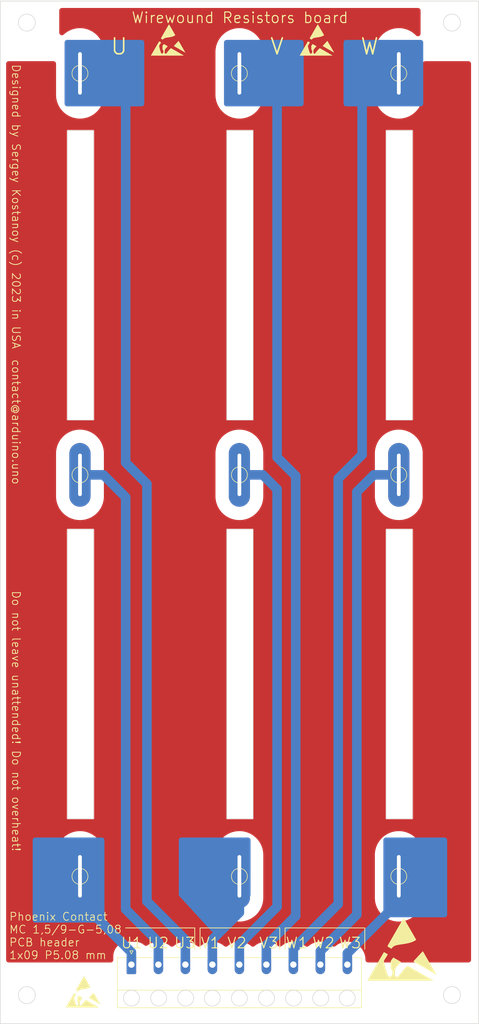
<source format=kicad_pcb>
(kicad_pcb (version 20221018) (generator pcbnew)
  (layers (0 "F.Cu" signal) (31 "B.Cu" signal) (34 "B.Paste" user) (35 "F.Paste" user) (36 "B.SilkS" user "B.Silkscreen") (37 "F.SilkS" user "F.Silkscreen") (38 "B.Mask" user) (39 "F.Mask" user) (44 "Edge.Cuts" user))
  (net 0 "")
  (net 1 "/U1")
  (net 2 "/U2")
  (net 3 "/U3")
  (net 4 "/V1")
  (net 5 "/V2")
  (net 6 "/V3")
  (net 7 "/W1")
  (net 8 "/W2")
  (net 9 "/W3")
  (footprint "TestPoint:TestPoint_Loop_D1.80mm_Drill1.0mm_Beaded" (layer "F.Cu") (at 90.4 116.8 90)
    (fp_text reference "TP5" hide)
    (fp_text value "TestPoint")
    (fp_circle (center 0 0) (end 1.5 0) (stroke (width 0.12)) (fill none) (layer "F.SilkS"))
    (pad "1" thru_hole oval locked (at 0 0 90) (size 12 4) (drill oval 8 0.7) (layers "*.Cu" "*.Mask") (net 5 "/V2"))
  )
  (footprint "Connector_Phoenix_MC_HighVoltage:PhoenixContact_MC_1,5_9-G-5.08_1x09_P5.08mm_Horizontal" (layer "F.Cu") (at 70.08 208.9)
    (fp_text reference "J1" hide)
    (fp_text value "Conn_01x09_Pin")
    (fp_line (start -2.65 -1.31) (end -2.65 8.11) (stroke (width 0.12)) (layer "F.SilkS"))
    (fp_line (start -2.65 -1.31) (end -1.05 -1.31) (stroke (width 0.12)) (layer "F.SilkS"))
    (fp_line (start -2.65 4.8) (end 43.29 4.8) (stroke (width 0.12)) (layer "F.SilkS"))
    (fp_line (start -2.65 8.11) (end 43.29 8.11) (stroke (width 0.12)) (layer "F.SilkS"))
    (fp_line (start -0.3 -2.6) (end 0.3 -2.6) (stroke (width 0.12)) (layer "F.SilkS"))
    (fp_line (start 0 -2) (end -0.3 -2.6) (stroke (width 0.12)) (layer "F.SilkS"))
    (fp_line (start 0.3 -2.6) (end 0 -2) (stroke (width 0.12)) (layer "F.SilkS"))
    (fp_line (start 1.05 -1.31) (end 4.03 -1.31) (stroke (width 0.12)) (layer "F.SilkS"))
    (fp_line (start 6.13 -1.31) (end 9.11 -1.31) (stroke (width 0.12)) (layer "F.SilkS"))
    (fp_line (start 11.21 -1.31) (end 14.19 -1.31) (stroke (width 0.12)) (layer "F.SilkS"))
    (fp_line (start 16.29 -1.31) (end 19.27 -1.31) (stroke (width 0.12)) (layer "F.SilkS"))
    (fp_line (start 21.37 -1.31) (end 24.35 -1.31) (stroke (width 0.12)) (layer "F.SilkS"))
    (fp_line (start 26.45 -1.31) (end 29.43 -1.31) (stroke (width 0.12)) (layer "F.SilkS"))
    (fp_line (start 31.53 -1.31) (end 34.51 -1.31) (stroke (width 0.12)) (layer "F.SilkS"))
    (fp_line (start 36.61 -1.31) (end 39.59 -1.31) (stroke (width 0.12)) (layer "F.SilkS"))
    (fp_line (start 43.29 -1.31) (end 41.69 -1.31) (stroke (width 0.12)) (layer "F.SilkS"))
    (fp_line (start 43.29 8.11) (end 43.29 -1.31) (stroke (width 0.12)) (layer "F.SilkS"))
    (pad "1" thru_hole roundrect locked (at 0 0) (size 1.8 3.6) (drill 1.2) (layers "*.Cu" "*.Mask") (roundrect_rratio 0.1388888889) (net 1 "/U1"))
    (pad "2" thru_hole oval locked (at 5.08 0) (size 1.8 3.6) (drill 1.2) (layers "*.Cu" "*.Mask") (net 2 "/U2"))
    (pad "3" thru_hole oval locked (at 10.16 0) (size 1.8 3.6) (drill 1.2) (layers "*.Cu" "*.Mask") (net 3 "/U3"))
    (pad "4" thru_hole oval locked (at 15.24 0) (size 1.8 3.6) (drill 1.2) (layers "*.Cu" "*.Mask") (net 4 "/V1"))
    (pad "5" thru_hole oval locked (at 20.32 0) (size 1.8 3.6) (drill 1.2) (layers "*.Cu" "*.Mask") (net 5 "/V2"))
    (pad "6" thru_hole oval locked (at 25.4 0) (size 1.8 3.6) (drill 1.2) (layers "*.Cu" "*.Mask") (net 6 "/V3"))
    (pad "7" thru_hole oval locked (at 30.48 0) (size 1.8 3.6) (drill 1.2) (layers "*.Cu" "*.Mask") (net 7 "/W1"))
    (pad "8" thru_hole oval locked (at 35.56 0) (size 1.8 3.6) (drill 1.2) (layers "*.Cu" "*.Mask") (net 8 "/W2"))
    (pad "9" thru_hole oval locked (at 40.64 0) (size 1.8 3.6) (drill 1.2) (layers "*.Cu" "*.Mask") (net 9 "/W3"))
  )
  (footprint "TestPoint:TestPoint_Loop_D1.80mm_Drill1.0mm_Beaded" (layer "F.Cu") (at 120.4 192.3 90)
    (fp_text reference "TP7" hide)
    (fp_text value "TestPoint")
    (fp_circle (center 0 0) (end 1.5 0) (stroke (width 0.12)) (fill none) (layer "F.SilkS"))
    (pad "1" thru_hole oval locked (at 0 0 90) (size 12 4) (drill oval 8 0.7) (layers "*.Cu" "*.Mask") (net 9 "/W3"))
  )
  (footprint "Symbol:ESD-Logo_6.6x6mm_SilkScreen" (layer "F.Cu") (at 61 214)
    (fp_text reference "REF**" hide)
    (fp_text value "ESD-Logo_6.6x6mm_SilkScreen" hide)
    (fp_poly (pts (xy 1.987528 0.234619) (xy 1.998908 0.253693) (xy 2.024488 0.297421) (xy 2.063002 0.363619) (xy 2.113186 0.450102) (xy 2.173775 0.554685) (xy 2.243503 0.675183) (xy 2.321107 0.809412) (xy 2.40532 0.955187) (xy 2.494879 1.110323) (xy 2.586998 1.27) (xy 2.681076 1.433117) (xy 2.771402 1.589709) (xy 2.856665 1.737506) (xy 2.935557 1.87424) (xy 3.006769 1.997642) (xy 3.068991 2.105444) (xy 3.120913 2.195377) (xy 3.161228 2.265173) (xy 3.188624 2.312564) (xy 3.201507 2.334786) (xy 3.222507 2.37233) (xy 3.233925 2.395831) (xy 3.234551 2.39992) (xy 3.220636 2.392242) (xy 3.181941 2.370203) (xy 3.120487 2.334971) (xy 3.038298 2.287711) (xy 2.937396 2.229589) (xy 2.819805 2.161771) (xy 2.687546 2.085424) (xy 2.542642 2.001714) (xy 2.387117 1.911806) (xy 2.222992 1.816867) (xy 2.160549 1.780732) (xy 1.993487 1.684083) (xy 1.834074 1.591938) (xy 1.684355 1.505475) (xy 1.546376 1.425871) (xy 1.422185 1.354305) (xy 1.313827 1.291955) (xy 1.223348 1.239998) (xy 1.152796 1.199613) (xy 1.104215 1.171978) (xy 1.079654 1.158272) (xy 1.077085 1.156974) (xy 1.084569 1.14522) (xy 1.110614 1.113795) (xy 1.152559 1.065594) (xy 1.207746 1.00351) (xy 1.273517 0.930439) (xy 1.347212 0.849276) (xy 1.426173 0.762916) (xy 1.50774 0.674253) (xy 1.589254 0.586182) (xy 1.668057 0.501599) (xy 1.74149 0.423397) (xy 1.806893 0.354472) (xy 1.861608 0.297719) (xy 1.902977 0.256032) (xy 1.917164 0.242363) (xy 1.96418 0.198201) (xy 1.987528 0.234619)) (stroke (width 0.01)) (fill solid) (layer "F.SilkS"))
    (fp_poly (pts (xy 0.164043 -2.914165) (xy 0.187065 -2.876755) (xy 0.222534 -2.817486) (xy 0.268996 -2.738882) (xy 0.324996 -2.643462) (xy 0.389081 -2.53375) (xy 0.459796 -2.412266) (xy 0.535687 -2.281532) (xy 0.615299 -2.14407) (xy 0.697178 -2.002402) (xy 0.77987 -1.859049) (xy 0.861921 -1.716533) (xy 0.941876 -1.577376) (xy 1.018281 -1.444099) (xy 1.089682 -1.319224) (xy 1.154624 -1.205273) (xy 1.211653 -1.104767) (xy 1.259315 -1.020228) (xy 1.296155 -0.954178) (xy 1.32072 -0.909138) (xy 1.331554 -0.88763) (xy 1.331951 -0.886286) (xy 1.318501 -0.868035) (xy 1.281114 -0.840118) (xy 1.224235 -0.805275) (xy 1.152312 -0.766246) (xy 1.077015 -0.729157) (xy 0.97456 -0.684183) (xy 0.866817 -0.643774) (xy 0.750073 -0.607031) (xy 0.620618 -0.573058) (xy 0.47474 -0.540956) (xy 0.308726 -0.509827) (xy 0.118866 -0.478773) (xy -0.077531 -0.449855) (xy -0.248166 -0.4242) (xy -0.391455 -0.398802) (xy -0.510992 -0.372398) (xy -0.61037 -0.343727) (xy -0.693182 -0.311527) (xy -0.763022 -0.274535) (xy -0.823482 -0.231488) (xy -0.878155 -0.181125) (xy -0.895786 -0.162417) (xy -0.934 -0.118861) (xy -0.962268 -0.083318) (xy -0.975382 -0.062417) (xy -0.975732 -0.060703) (xy -0.98032 -0.050194) (xy -0.996242 -0.050076) (xy -1.026734 -0.061746) (xy -1.075032 -0.086604) (xy -1.144373 -0.126048) (xy -1.192561 -0.154413) (xy -1.264417 -0.198753) (xy -1.320258 -0.236721) (xy -1.356333 -0.265584) (xy -1.368887 -0.282612) (xy -1.368879 -0.282736) (xy -1.361094 -0.298963) (xy -1.339108 -0.3396) (xy -1.304197 -0.402433) (xy -1.257637 -0.485248) (xy -1.200705 -0.585828) (xy -1.134677 -0.70196) (xy -1.060828 -0.831429) (xy -0.980436 -0.97202) (xy -0.894776 -1.121518) (xy -0.805124 -1.277708) (xy -0.712757 -1.438376) (xy -0.618951 -1.601307) (xy -0.524982 -1.764287) (xy -0.432126 -1.9251) (xy -0.34166 -2.081532) (xy -0.254859 -2.231367) (xy -0.173 -2.372392) (xy -0.097359 -2.502391) (xy -0.029213 -2.619151) (xy 0.030163 -2.720455) (xy 0.079493 -2.804089) (xy 0.1175 -2.867838) (xy 0.142907 -2.909489) (xy 0.15444 -2.926825) (xy 0.154923 -2.927195) (xy 0.164043 -2.914165)) (stroke (width 0.01)) (fill solid) (layer "F.SilkS"))
    (fp_poly (pts (xy -1.677906 0.291158) (xy -1.645381 0.303736) (xy -1.595807 0.328712) (xy -1.524626 0.367876) (xy -1.519084 0.370988) (xy -1.453526 0.408476) (xy -1.398202 0.441319) (xy -1.358545 0.466205) (xy -1.339988 0.47982) (xy -1.339469 0.480487) (xy -1.343952 0.49939) (xy -1.364514 0.541605) (xy -1.399817 0.604832) (xy -1.44852 0.686772) (xy -1.509282 0.785122) (xy -1.580764 0.897585) (xy -1.598555 0.925165) (xy -1.644907 1.001699) (xy -1.678658 1.067556) (xy -1.696847 1.116782) (xy -1.698714 1.126507) (xy -1.697885 1.169312) (xy -1.688606 1.237209) (xy -1.672032 1.325843) (xy -1.64932 1.430859) (xy -1.621627 1.547902) (xy -1.59011 1.672616) (xy -1.555925 1.800645) (xy -1.520229 1.927634) (xy -1.484179 2.049228) (xy -1.448932 2.161072) (xy -1.415644 2.25881) (xy -1.385472 2.338087) (xy -1.364439 2.385122) (xy -1.339663 2.435225) (xy -1.31627 2.483168) (xy -1.315003 2.485793) (xy -1.276301 2.53422) (xy -1.219816 2.566828) (xy -1.154061 2.582454) (xy -1.087549 2.579937) (xy -1.028795 2.558114) (xy -0.995742 2.529382) (xy -0.948141 2.450583) (xy -0.913261 2.352378) (xy -0.894123 2.244779) (xy -0.891412 2.18378) (xy -0.90233 2.069935) (xy -0.934376 1.97566) (xy -0.989274 1.896379) (xy -1.006393 1.878733) (xy -1.057339 1.829235) (xy -1.060837 1.479362) (xy -1.064336 1.129489) (xy -0.975182 0.994531) (xy -0.933346 0.933445) (xy -0.893055 0.878493) (xy -0.860057 0.837336) (xy -0.845874 0.822192) (xy -0.805719 0.78481) (xy -0.751335 0.814098) (xy -0.716961 0.835084) (xy -0.698154 0.851378) (xy -0.696951 0.854307) (xy -0.684097 0.866728) (xy -0.662104 0.875977) (xy -0.64085 0.884313) (xy -0.608306 0.900149) (xy -0.561678 0.925033) (xy -0.498171 0.960509) (xy -0.414992 1.008123) (xy -0.309347 1.069422) (xy -0.251938 1.102932) (xy -0.184406 1.143071) (xy -0.140115 1.171659) (xy -0.115145 1.192039) (xy -0.105577 1.207553) (xy -0.107492 1.221546) (xy -0.109089 1.224796) (xy -0.124624 1.245266) (xy -0.157864 1.283665) (xy -0.204938 1.335696) (xy -0.261972 1.397066) (xy -0.3113 1.44909) (xy -0.42497 1.572567) (xy -0.513895 1.679591) (xy -0.578866 1.77124) (xy -0.620679 1.848588) (xy -0.634783 1.887866) (xy -0.640608 1.922249) (xy -0.646625 1.980899) (xy -0.652304 2.057117) (xy -0.657116 2.144202) (xy -0.659381 2.199268) (xy -0.662541 2.294464) (xy -0.663931 2.364062) (xy -0.663142 2.413409) (xy -0.659765 2.447854) (xy -0.653392 2.472743) (xy -0.643613 2.493425) (xy -0.635933 2.506053) (xy -0.591579 2.554726) (xy -0.534426 2.588645) (xy -0.474292 2.603438) (xy -0.429227 2.598086) (xy -0.388424 2.57493) (xy -0.337276 2.533462) (xy -0.282958 2.480912) (xy -0.232643 2.424516) (xy -0.193506 2.371505) (xy -0.179095 2.345889) (xy -0.157509 2.310814) (xy -0.118247 2.257389) (xy -0.064898 2.189789) (xy -0.001048 2.11219) (xy 0.069715 2.028768) (xy 0.143804 1.943698) (xy 0.217632 1.861155) (xy 0.287611 1.785316) (xy 0.350155 1.720356) (xy 0.39926 1.672669) (xy 0.453779 1.625032) (xy 0.499642 1.589908) (xy 0.531811 1.570949) (xy 0.542489 1.568864) (xy 0.558853 1.577274) (xy 0.599671 1.599846) (xy 0.662586 1.635224) (xy 0.745244 1.682054) (xy 0.845289 1.738981) (xy 0.960366 1.804649) (xy 1.088119 1.877703) (xy 1.226194 1.956788) (xy 1.372234 2.040548) (xy 1.523884 2.127629) (xy 1.67879 2.216676) (xy 1.834595 2.306332) (xy 1.988944 2.395243) (xy 2.139482 2.482054) (xy 2.283854 2.565409) (xy 2.419704 2.643954) (xy 2.544677 2.716333) (xy 2.656417 2.78119) (xy 2.75257 2.837171) (xy 2.830779 2.88292) (xy 2.888689 2.917083) (xy 2.923946 2.938304) (xy 2.934165 2.944963) (xy 2.920402 2.94628) (xy 2.877104 2.947559) (xy 2.805714 2.948796) (xy 2.707673 2.949983) (xy 2.584422 2.951115) (xy 2.437403 2.952186) (xy 2.268057 2.953189) (xy 2.077826 2.954119) (xy 1.868151 2.954968) (xy 1.640473 2.955732) (xy 1.396235 2.956403) (xy 1.136877 2.956976) (xy 0.863841 2.957444) (xy 0.578568 2.957802) (xy 0.2825 2.958042) (xy -0.022921 2.958159) (xy -0.151076 2.958171) (xy -3.25103 2.958171) (xy -3.029947 2.574847) (xy -2.983144 2.49368) (xy -2.922898 2.389166) (xy -2.851222 2.264801) (xy -2.770131 2.124082) (xy -2.681638 1.970503) (xy -2.58776 1.807562) (xy -2.490509 1.638754) (xy -2.3919 1.467575) (xy -2.293947 1.297521) (xy -2.269175 1.254512) (xy -2.178848 1.097857) (xy -2.092711 0.948803) (xy -2.012058 0.809568) (xy -1.938184 0.682371) (xy -1.872383 0.569432) (xy -1.81595 0.472968) (xy -1.770179 0.3952) (xy -1.736365 0.338346) (xy -1.715802 0.304625) (xy -1.710047 0.29604) (xy -1.697942 0.289189) (xy -1.677906 0.291158)) (stroke (width 0.01)) (fill solid) (layer "F.SilkS"))
  )
  (footprint "Symbol:ESD-Logo_6.6x6mm_SilkScreen" (layer "F.Cu") (at 105 35)
    (fp_text reference "REF**" hide)
    (fp_text value "ESD-Logo_6.6x6mm_SilkScreen" hide)
    (fp_poly (pts (xy 1.987528 0.234619) (xy 1.998908 0.253693) (xy 2.024488 0.297421) (xy 2.063002 0.363619) (xy 2.113186 0.450102) (xy 2.173775 0.554685) (xy 2.243503 0.675183) (xy 2.321107 0.809412) (xy 2.40532 0.955187) (xy 2.494879 1.110323) (xy 2.586998 1.27) (xy 2.681076 1.433117) (xy 2.771402 1.589709) (xy 2.856665 1.737506) (xy 2.935557 1.87424) (xy 3.006769 1.997642) (xy 3.068991 2.105444) (xy 3.120913 2.195377) (xy 3.161228 2.265173) (xy 3.188624 2.312564) (xy 3.201507 2.334786) (xy 3.222507 2.37233) (xy 3.233925 2.395831) (xy 3.234551 2.39992) (xy 3.220636 2.392242) (xy 3.181941 2.370203) (xy 3.120487 2.334971) (xy 3.038298 2.287711) (xy 2.937396 2.229589) (xy 2.819805 2.161771) (xy 2.687546 2.085424) (xy 2.542642 2.001714) (xy 2.387117 1.911806) (xy 2.222992 1.816867) (xy 2.160549 1.780732) (xy 1.993487 1.684083) (xy 1.834074 1.591938) (xy 1.684355 1.505475) (xy 1.546376 1.425871) (xy 1.422185 1.354305) (xy 1.313827 1.291955) (xy 1.223348 1.239998) (xy 1.152796 1.199613) (xy 1.104215 1.171978) (xy 1.079654 1.158272) (xy 1.077085 1.156974) (xy 1.084569 1.14522) (xy 1.110614 1.113795) (xy 1.152559 1.065594) (xy 1.207746 1.00351) (xy 1.273517 0.930439) (xy 1.347212 0.849276) (xy 1.426173 0.762916) (xy 1.50774 0.674253) (xy 1.589254 0.586182) (xy 1.668057 0.501599) (xy 1.74149 0.423397) (xy 1.806893 0.354472) (xy 1.861608 0.297719) (xy 1.902977 0.256032) (xy 1.917164 0.242363) (xy 1.96418 0.198201) (xy 1.987528 0.234619)) (stroke (width 0.01)) (fill solid) (layer "F.SilkS"))
    (fp_poly (pts (xy 0.164043 -2.914165) (xy 0.187065 -2.876755) (xy 0.222534 -2.817486) (xy 0.268996 -2.738882) (xy 0.324996 -2.643462) (xy 0.389081 -2.53375) (xy 0.459796 -2.412266) (xy 0.535687 -2.281532) (xy 0.615299 -2.14407) (xy 0.697178 -2.002402) (xy 0.77987 -1.859049) (xy 0.861921 -1.716533) (xy 0.941876 -1.577376) (xy 1.018281 -1.444099) (xy 1.089682 -1.319224) (xy 1.154624 -1.205273) (xy 1.211653 -1.104767) (xy 1.259315 -1.020228) (xy 1.296155 -0.954178) (xy 1.32072 -0.909138) (xy 1.331554 -0.88763) (xy 1.331951 -0.886286) (xy 1.318501 -0.868035) (xy 1.281114 -0.840118) (xy 1.224235 -0.805275) (xy 1.152312 -0.766246) (xy 1.077015 -0.729157) (xy 0.97456 -0.684183) (xy 0.866817 -0.643774) (xy 0.750073 -0.607031) (xy 0.620618 -0.573058) (xy 0.47474 -0.540956) (xy 0.308726 -0.509827) (xy 0.118866 -0.478773) (xy -0.077531 -0.449855) (xy -0.248166 -0.4242) (xy -0.391455 -0.398802) (xy -0.510992 -0.372398) (xy -0.61037 -0.343727) (xy -0.693182 -0.311527) (xy -0.763022 -0.274535) (xy -0.823482 -0.231488) (xy -0.878155 -0.181125) (xy -0.895786 -0.162417) (xy -0.934 -0.118861) (xy -0.962268 -0.083318) (xy -0.975382 -0.062417) (xy -0.975732 -0.060703) (xy -0.98032 -0.050194) (xy -0.996242 -0.050076) (xy -1.026734 -0.061746) (xy -1.075032 -0.086604) (xy -1.144373 -0.126048) (xy -1.192561 -0.154413) (xy -1.264417 -0.198753) (xy -1.320258 -0.236721) (xy -1.356333 -0.265584) (xy -1.368887 -0.282612) (xy -1.368879 -0.282736) (xy -1.361094 -0.298963) (xy -1.339108 -0.3396) (xy -1.304197 -0.402433) (xy -1.257637 -0.485248) (xy -1.200705 -0.585828) (xy -1.134677 -0.70196) (xy -1.060828 -0.831429) (xy -0.980436 -0.97202) (xy -0.894776 -1.121518) (xy -0.805124 -1.277708) (xy -0.712757 -1.438376) (xy -0.618951 -1.601307) (xy -0.524982 -1.764287) (xy -0.432126 -1.9251) (xy -0.34166 -2.081532) (xy -0.254859 -2.231367) (xy -0.173 -2.372392) (xy -0.097359 -2.502391) (xy -0.029213 -2.619151) (xy 0.030163 -2.720455) (xy 0.079493 -2.804089) (xy 0.1175 -2.867838) (xy 0.142907 -2.909489) (xy 0.15444 -2.926825) (xy 0.154923 -2.927195) (xy 0.164043 -2.914165)) (stroke (width 0.01)) (fill solid) (layer "F.SilkS"))
    (fp_poly (pts (xy -1.677906 0.291158) (xy -1.645381 0.303736) (xy -1.595807 0.328712) (xy -1.524626 0.367876) (xy -1.519084 0.370988) (xy -1.453526 0.408476) (xy -1.398202 0.441319) (xy -1.358545 0.466205) (xy -1.339988 0.47982) (xy -1.339469 0.480487) (xy -1.343952 0.49939) (xy -1.364514 0.541605) (xy -1.399817 0.604832) (xy -1.44852 0.686772) (xy -1.509282 0.785122) (xy -1.580764 0.897585) (xy -1.598555 0.925165) (xy -1.644907 1.001699) (xy -1.678658 1.067556) (xy -1.696847 1.116782) (xy -1.698714 1.126507) (xy -1.697885 1.169312) (xy -1.688606 1.237209) (xy -1.672032 1.325843) (xy -1.64932 1.430859) (xy -1.621627 1.547902) (xy -1.59011 1.672616) (xy -1.555925 1.800645) (xy -1.520229 1.927634) (xy -1.484179 2.049228) (xy -1.448932 2.161072) (xy -1.415644 2.25881) (xy -1.385472 2.338087) (xy -1.364439 2.385122) (xy -1.339663 2.435225) (xy -1.31627 2.483168) (xy -1.315003 2.485793) (xy -1.276301 2.53422) (xy -1.219816 2.566828) (xy -1.154061 2.582454) (xy -1.087549 2.579937) (xy -1.028795 2.558114) (xy -0.995742 2.529382) (xy -0.948141 2.450583) (xy -0.913261 2.352378) (xy -0.894123 2.244779) (xy -0.891412 2.18378) (xy -0.90233 2.069935) (xy -0.934376 1.97566) (xy -0.989274 1.896379) (xy -1.006393 1.878733) (xy -1.057339 1.829235) (xy -1.060837 1.479362) (xy -1.064336 1.129489) (xy -0.975182 0.994531) (xy -0.933346 0.933445) (xy -0.893055 0.878493) (xy -0.860057 0.837336) (xy -0.845874 0.822192) (xy -0.805719 0.78481) (xy -0.751335 0.814098) (xy -0.716961 0.835084) (xy -0.698154 0.851378) (xy -0.696951 0.854307) (xy -0.684097 0.866728) (xy -0.662104 0.875977) (xy -0.64085 0.884313) (xy -0.608306 0.900149) (xy -0.561678 0.925033) (xy -0.498171 0.960509) (xy -0.414992 1.008123) (xy -0.309347 1.069422) (xy -0.251938 1.102932) (xy -0.184406 1.143071) (xy -0.140115 1.171659) (xy -0.115145 1.192039) (xy -0.105577 1.207553) (xy -0.107492 1.221546) (xy -0.109089 1.224796) (xy -0.124624 1.245266) (xy -0.157864 1.283665) (xy -0.204938 1.335696) (xy -0.261972 1.397066) (xy -0.3113 1.44909) (xy -0.42497 1.572567) (xy -0.513895 1.679591) (xy -0.578866 1.77124) (xy -0.620679 1.848588) (xy -0.634783 1.887866) (xy -0.640608 1.922249) (xy -0.646625 1.980899) (xy -0.652304 2.057117) (xy -0.657116 2.144202) (xy -0.659381 2.199268) (xy -0.662541 2.294464) (xy -0.663931 2.364062) (xy -0.663142 2.413409) (xy -0.659765 2.447854) (xy -0.653392 2.472743) (xy -0.643613 2.493425) (xy -0.635933 2.506053) (xy -0.591579 2.554726) (xy -0.534426 2.588645) (xy -0.474292 2.603438) (xy -0.429227 2.598086) (xy -0.388424 2.57493) (xy -0.337276 2.533462) (xy -0.282958 2.480912) (xy -0.232643 2.424516) (xy -0.193506 2.371505) (xy -0.179095 2.345889) (xy -0.157509 2.310814) (xy -0.118247 2.257389) (xy -0.064898 2.189789) (xy -0.001048 2.11219) (xy 0.069715 2.028768) (xy 0.143804 1.943698) (xy 0.217632 1.861155) (xy 0.287611 1.785316) (xy 0.350155 1.720356) (xy 0.39926 1.672669) (xy 0.453779 1.625032) (xy 0.499642 1.589908) (xy 0.531811 1.570949) (xy 0.542489 1.568864) (xy 0.558853 1.577274) (xy 0.599671 1.599846) (xy 0.662586 1.635224) (xy 0.745244 1.682054) (xy 0.845289 1.738981) (xy 0.960366 1.804649) (xy 1.088119 1.877703) (xy 1.226194 1.956788) (xy 1.372234 2.040548) (xy 1.523884 2.127629) (xy 1.67879 2.216676) (xy 1.834595 2.306332) (xy 1.988944 2.395243) (xy 2.139482 2.482054) (xy 2.283854 2.565409) (xy 2.419704 2.643954) (xy 2.544677 2.716333) (xy 2.656417 2.78119) (xy 2.75257 2.837171) (xy 2.830779 2.88292) (xy 2.888689 2.917083) (xy 2.923946 2.938304) (xy 2.934165 2.944963) (xy 2.920402 2.94628) (xy 2.877104 2.947559) (xy 2.805714 2.948796) (xy 2.707673 2.949983) (xy 2.584422 2.951115) (xy 2.437403 2.952186) (xy 2.268057 2.953189) (xy 2.077826 2.954119) (xy 1.868151 2.954968) (xy 1.640473 2.955732) (xy 1.396235 2.956403) (xy 1.136877 2.956976) (xy 0.863841 2.957444) (xy 0.578568 2.957802) (xy 0.2825 2.958042) (xy -0.022921 2.958159) (xy -0.151076 2.958171) (xy -3.25103 2.958171) (xy -3.029947 2.574847) (xy -2.983144 2.49368) (xy -2.922898 2.389166) (xy -2.851222 2.264801) (xy -2.770131 2.124082) (xy -2.681638 1.970503) (xy -2.58776 1.807562) (xy -2.490509 1.638754) (xy -2.3919 1.467575) (xy -2.293947 1.297521) (xy -2.269175 1.254512) (xy -2.178848 1.097857) (xy -2.092711 0.948803) (xy -2.012058 0.809568) (xy -1.938184 0.682371) (xy -1.872383 0.569432) (xy -1.81595 0.472968) (xy -1.770179 0.3952) (xy -1.736365 0.338346) (xy -1.715802 0.304625) (xy -1.710047 0.29604) (xy -1.697942 0.289189) (xy -1.677906 0.291158)) (stroke (width 0.01)) (fill solid) (layer "F.SilkS"))
  )
  (footprint "TestPoint:TestPoint_Loop_D1.80mm_Drill1.0mm_Beaded" (layer "F.Cu") (at 60.4 192.3 -90)
    (fp_text reference "TP1" hide)
    (fp_text value "TestPoint")
    (fp_circle (center 0 0) (end 1.5 0) (stroke (width 0.12)) (fill none) (layer "F.SilkS"))
    (pad "1" thru_hole oval locked (at 0 0 270) (size 12 4) (drill oval 8 0.7) (layers "*.Cu" "*.Mask") (net 1 "/U1"))
  )
  (footprint "TestPoint:TestPoint_Loop_D1.80mm_Drill1.0mm_Beaded" (layer "F.Cu") (at 120.4 41.3 90)
    (fp_text reference "TP9" hide)
    (fp_text value "TestPoint")
    (fp_circle (center 0 0) (end 1.5 0) (stroke (width 0.12)) (fill none) (layer "F.SilkS"))
    (pad "1" thru_hole oval locked (at 0 0 90) (size 12 4) (drill oval 8 0.7) (layers "*.Cu" "*.Mask") (net 7 "/W1"))
  )
  (footprint "TestPoint:TestPoint_Loop_D1.80mm_Drill1.0mm_Beaded" (layer "F.Cu") (at 90.4 41.3 90)
    (fp_text reference "TP6" hide)
    (fp_text value "TestPoint")
    (fp_circle (center 0 0) (end 1.5 0) (stroke (width 0.12)) (fill none) (layer "F.SilkS"))
    (pad "1" thru_hole oval locked (at 0 0 90) (size 12 4) (drill oval 8 0.7) (layers "*.Cu" "*.Mask") (net 6 "/V3"))
  )
  (footprint "Symbol:ESD-Logo_13.2x12mm_SilkScreen" (layer "F.Cu") (at 121 206)
    (fp_text reference "REF**" hide)
    (fp_text value "ESD-Logo_13.2x12mm_SilkScreen" hide)
    (fp_poly (pts (xy 3.975056 0.469238) (xy 3.997816 0.507386) (xy 4.048975 0.594843) (xy 4.126004 0.727238) (xy 4.226372 0.900204) (xy 4.347549 1.10937) (xy 4.487006 1.350367) (xy 4.642213 1.618824) (xy 4.81064 1.910374) (xy 4.989757 2.220646) (xy 5.173995 2.54) (xy 5.362152 2.866235) (xy 5.542803 3.179418) (xy 5.71333 3.475012) (xy 5.871114 3.74848) (xy 6.013538 3.995284) (xy 6.137981 4.210889) (xy 6.241826 4.390755) (xy 6.322455 4.530347) (xy 6.377248 4.625128) (xy 6.403013 4.669573) (xy 6.445014 4.744661) (xy 6.46785 4.791663) (xy 6.469102 4.799841) (xy 6.441272 4.784484) (xy 6.363881 4.740407) (xy 6.240973 4.669942) (xy 6.076595 4.575422) (xy 5.874792 4.459178) (xy 5.639609 4.323542) (xy 5.375091 4.170848) (xy 5.085284 4.003428) (xy 4.774233 3.823613) (xy 4.445984 3.633735) (xy 4.321097 3.561464) (xy 3.986974 3.368167) (xy 3.668147 3.183877) (xy 3.368709 3.01095) (xy 3.092752 2.851743) (xy 2.84437 2.70861) (xy 2.627653 2.58391) (xy 2.446696 2.479996) (xy 2.305591 2.399227) (xy 2.20843 2.343957) (xy 2.159307 2.316544) (xy 2.15417 2.313948) (xy 2.169138 2.290441) (xy 2.221227 2.227591) (xy 2.305117 2.131188) (xy 2.415492 2.00702) (xy 2.547034 1.860879) (xy 2.694424 1.698553) (xy 2.852345 1.525832) (xy 3.015479 1.348506) (xy 3.178508 1.172365) (xy 3.336114 1.003198) (xy 3.482979 0.846795) (xy 3.613786 0.708945) (xy 3.723216 0.595439) (xy 3.805953 0.512065) (xy 3.834328 0.484726) (xy 3.928359 0.396403) (xy 3.975056 0.469238)) (stroke (width 0.01)) (fill solid) (layer "F.SilkS"))
    (fp_poly (pts (xy 0.328085 -5.828329) (xy 0.374129 -5.753509) (xy 0.445067 -5.634972) (xy 0.537991 -5.477763) (xy 0.649992 -5.286924) (xy 0.778162 -5.067499) (xy 0.919592 -4.824531) (xy 1.071373 -4.563063) (xy 1.230597 -4.28814) (xy 1.394356 -4.004803) (xy 1.55974 -3.718098) (xy 1.723842 -3.433066) (xy 1.883752 -3.154752) (xy 2.036562 -2.888198) (xy 2.179363 -2.638448) (xy 2.309247 -2.410545) (xy 2.423305 -2.209534) (xy 2.518629 -2.040456) (xy 2.59231 -1.908355) (xy 2.641439 -1.818276) (xy 2.663108 -1.77526) (xy 2.663902 -1.772571) (xy 2.637002 -1.73607) (xy 2.562227 -1.680236) (xy 2.44847 -1.61055) (xy 2.304623 -1.532491) (xy 2.154029 -1.458313) (xy 1.949119 -1.368365) (xy 1.733633 -1.287547) (xy 1.500146 -1.214062) (xy 1.241236 -1.146116) (xy 0.949479 -1.081912) (xy 0.617451 -1.019654) (xy 0.237731 -0.957546) (xy -0.155063 -0.89971) (xy -0.496332 -0.8484) (xy -0.78291 -0.797603) (xy -1.021985 -0.744796) (xy -1.220741 -0.687454) (xy -1.386365 -0.623053) (xy -1.526044 -0.549069) (xy -1.646964 -0.462976) (xy -1.756311 -0.36225) (xy -1.791572 -0.324833) (xy -1.868 -0.237721) (xy -1.924537 -0.166636) (xy -1.950765 -0.124833) (xy -1.951464 -0.121406) (xy -1.96064 -0.100388) (xy -1.992485 -0.100151) (xy -2.053469 -0.123491) (xy -2.150065 -0.173207) (xy -2.288746 -0.252095) (xy -2.385122 -0.308825) (xy -2.528834 -0.397506) (xy -2.640517 -0.473441) (xy -2.712666 -0.531168) (xy -2.737774 -0.565224) (xy -2.737759 -0.565471) (xy -2.722189 -0.597925) (xy -2.678217 -0.6792) (xy -2.608395 -0.804866) (xy -2.515275 -0.970495) (xy -2.401411 -1.171656) (xy -2.269354 -1.40392) (xy -2.121657 -1.662857) (xy -1.960872 -1.944039) (xy -1.789552 -2.243035) (xy -1.610249 -2.555416) (xy -1.425515 -2.876752) (xy -1.237902 -3.202614) (xy -1.049964 -3.528573) (xy -0.864253 -3.850199) (xy -0.68332 -4.163063) (xy -0.509719 -4.462734) (xy -0.346001 -4.744784) (xy -0.194719 -5.004782) (xy -0.058426 -5.238301) (xy 0.060326 -5.440909) (xy 0.158985 -5.608177) (xy 0.234999 -5.735676) (xy 0.285814 -5.818977) (xy 0.308879 -5.85365) (xy 0.309845 -5.85439) (xy 0.328085 -5.828329)) (stroke (width 0.01)) (fill solid) (layer "F.SilkS"))
    (fp_poly (pts (xy -3.355813 0.582317) (xy -3.290763 0.607473) (xy -3.191615 0.657425) (xy -3.049253 0.735752) (xy -3.038168 0.741977) (xy -2.907053 0.816952) (xy -2.796404 0.882638) (xy -2.71709 0.93241) (xy -2.679977 0.959641) (xy -2.678939 0.960974) (xy -2.687904 0.99878) (xy -2.729029 1.08321) (xy -2.799634 1.209665) (xy -2.89704 1.373544) (xy -3.018565 1.570245) (xy -3.161529 1.79517) (xy -3.19711 1.850331) (xy -3.289814 2.003398) (xy -3.357317 2.135112) (xy -3.393695 2.233565) (xy -3.397428 2.253014) (xy -3.395771 2.338624) (xy -3.377212 2.474418) (xy -3.344064 2.651687) (xy -3.29864 2.861719) (xy -3.243254 3.095804) (xy -3.18022 3.345232) (xy -3.11185 3.60129) (xy -3.040458 3.855269) (xy -2.968359 4.098457) (xy -2.897864 4.322145) (xy -2.831288 4.517621) (xy -2.770945 4.676174) (xy -2.728879 4.770244) (xy -2.679327 4.870451) (xy -2.63254 4.966337) (xy -2.630007 4.971586) (xy -2.552603 5.06844) (xy -2.439632 5.133656) (xy -2.308122 5.164909) (xy -2.175099 5.159875) (xy -2.05759 5.116228) (xy -1.991484 5.058764) (xy -1.896282 4.901166) (xy -1.826522 4.704756) (xy -1.788247 4.489559) (xy -1.782824 4.367561) (xy -1.804661 4.13987) (xy -1.868753 3.95132) (xy -1.978549 3.792759) (xy -2.012787 3.757467) (xy -2.114678 3.65847) (xy -2.128672 2.258978) (xy -1.950365 1.989062) (xy -1.866693 1.866891) (xy -1.786111 1.756987) (xy -1.720115 1.674673) (xy -1.691748 1.644384) (xy -1.611438 1.569621) (xy -1.50267 1.628196) (xy -1.433923 1.670168) (xy -1.396308 1.702756) (xy -1.393903 1.708615) (xy -1.368194 1.733456) (xy -1.324208 1.751954) (xy -1.281701 1.768626) (xy -1.216613 1.800299) (xy -1.123356 1.850066) (xy -0.996342 1.921018) (xy -0.829984 2.016247) (xy -0.618695 2.138844) (xy -0.503876 2.205864) (xy -0.368813 2.286143) (xy -0.28023 2.343319) (xy -0.23029 2.384078) (xy -0.211154 2.415107) (xy -0.214984 2.443092) (xy -0.218178 2.449593) (xy -0.249248 2.490533) (xy -0.315729 2.56733) (xy -0.409876 2.671393) (xy -0.523944 2.794132) (xy -0.6226 2.89818) (xy -0.849941 3.145134) (xy -1.02779 3.359183) (xy -1.157733 3.54248) (xy -1.241358 3.697176) (xy -1.269566 3.775732) (xy -1.281217 3.844498) (xy -1.293251 3.961799) (xy -1.304609 4.114234) (xy -1.314233 4.288404) (xy -1.318762 4.398537) (xy -1.325082 4.588929) (xy -1.327863 4.728124) (xy -1.326285 4.826819) (xy -1.319531 4.895708) (xy -1.306784 4.945487) (xy -1.287227 4.98685) (xy -1.271866 5.012106) (xy -1.183158 5.109453) (xy -1.068853 5.177291) (xy -0.948584 5.206876) (xy -0.858455 5.196172) (xy -0.776848 5.149861) (xy -0.674553 5.066924) (xy -0.565917 4.961825) (xy -0.465287 4.849032) (xy -0.387012 4.74301) (xy -0.358191 4.691778) (xy -0.315018 4.621628) (xy -0.236495 4.514778) (xy -0.129797 4.379578) (xy -0.002097 4.224381) (xy 0.139429 4.057536) (xy 0.287607 3.887396) (xy 0.435263 3.722311) (xy 0.575222 3.570633) (xy 0.70031 3.440713) (xy 0.79852 3.345339) (xy 0.907557 3.250065) (xy 0.999284 3.179817) (xy 1.063621 3.141898) (xy 1.084978 3.137729) (xy 1.117706 3.154548) (xy 1.199341 3.199692) (xy 1.325172 3.270449) (xy 1.490488 3.364109) (xy 1.690578 3.477962) (xy 1.920732 3.609298) (xy 2.176238 3.755406) (xy 2.452387 3.913576) (xy 2.744467 4.081097) (xy 3.047768 4.255259) (xy 3.357579 4.433352) (xy 3.669189 4.612665) (xy 3.977888 4.790487) (xy 4.278964 4.964109) (xy 4.567708 5.130819) (xy 4.839408 5.287908) (xy 5.089354 5.432666) (xy 5.312834 5.56238) (xy 5.505139 5.674342) (xy 5.661557 5.765841) (xy 5.777378 5.834167) (xy 5.847891 5.876608) (xy 5.868329 5.889927) (xy 5.840803 5.89256) (xy 5.754208 5.895118) (xy 5.611428 5.897592) (xy 5.415346 5.899966) (xy 5.168844 5.902231) (xy 4.874806 5.904373) (xy 4.536114 5.906379) (xy 4.155652 5.908238) (xy 3.736301 5.909937) (xy 3.280946 5.911464) (xy 2.792469 5.912807) (xy 2.273753 5.913952) (xy 1.727681 5.914889) (xy 1.157136 5.915604) (xy 0.565 5.916085) (xy -0.045843 5.916319) (xy -0.302152 5.916342) (xy -6.502061 5.916342) (xy -6.059894 5.149695) (xy -5.966289 4.98736) (xy -5.845796 4.778332) (xy -5.702444 4.529603) (xy -5.540262 4.248164) (xy -5.363277 3.941007) (xy -5.17552 3.615125) (xy -4.981018 3.277509) (xy -4.7838 2.935151) (xy -4.587895 2.595043) (xy -4.538351 2.509025) (xy -4.357696 2.195715) (xy -4.185422 1.897606) (xy -4.024116 1.619136) (xy -3.876368 1.364743) (xy -3.744767 1.138864) (xy -3.631901 0.945937) (xy -3.540359 0.790401) (xy -3.47273 0.676692) (xy -3.431604 0.60925) (xy -3.420095 0.59208) (xy -3.395885 0.578379) (xy -3.355813 0.582317)) (stroke (width 0.01)) (fill solid) (layer "F.SilkS"))
  )
  (footprint "TestPoint:TestPoint_Loop_D1.80mm_Drill1.0mm_Beaded" (layer "F.Cu") (at 120.4 116.8 90)
    (fp_text reference "TP8" hide)
    (fp_text value "TestPoint")
    (fp_circle (center 0 0) (end 1.5 0) (stroke (width 0.12)) (fill none) (layer "F.SilkS"))
    (pad "1" thru_hole oval locked (at 0 0 90) (size 12 4) (drill oval 8 0.7) (layers "*.Cu" "*.Mask") (net 8 "/W2"))
  )
  (footprint "TestPoint:TestPoint_Loop_D1.80mm_Drill1.0mm_Beaded" (layer "F.Cu") (at 90.4 192.3 90)
    (fp_text reference "TP4" hide)
    (fp_text value "TestPoint")
    (fp_circle (center 0 0) (end 1.5 0) (stroke (width 0.12)) (fill none) (layer "F.SilkS"))
    (pad "1" thru_hole oval locked (at 0 0 90) (size 12 4) (drill oval 8 0.7) (layers "*.Cu" "*.Mask") (net 4 "/V1"))
  )
  (footprint "Symbol:ESD-Logo_6.6x6mm_SilkScreen" (layer "F.Cu") (at 77 35)
    (fp_text reference "REF**" hide)
    (fp_text value "ESD-Logo_6.6x6mm_SilkScreen" hide)
    (fp_poly (pts (xy 1.987528 0.234619) (xy 1.998908 0.253693) (xy 2.024488 0.297421) (xy 2.063002 0.363619) (xy 2.113186 0.450102) (xy 2.173775 0.554685) (xy 2.243503 0.675183) (xy 2.321107 0.809412) (xy 2.40532 0.955187) (xy 2.494879 1.110323) (xy 2.586998 1.27) (xy 2.681076 1.433117) (xy 2.771402 1.589709) (xy 2.856665 1.737506) (xy 2.935557 1.87424) (xy 3.006769 1.997642) (xy 3.068991 2.105444) (xy 3.120913 2.195377) (xy 3.161228 2.265173) (xy 3.188624 2.312564) (xy 3.201507 2.334786) (xy 3.222507 2.37233) (xy 3.233925 2.395831) (xy 3.234551 2.39992) (xy 3.220636 2.392242) (xy 3.181941 2.370203) (xy 3.120487 2.334971) (xy 3.038298 2.287711) (xy 2.937396 2.229589) (xy 2.819805 2.161771) (xy 2.687546 2.085424) (xy 2.542642 2.001714) (xy 2.387117 1.911806) (xy 2.222992 1.816867) (xy 2.160549 1.780732) (xy 1.993487 1.684083) (xy 1.834074 1.591938) (xy 1.684355 1.505475) (xy 1.546376 1.425871) (xy 1.422185 1.354305) (xy 1.313827 1.291955) (xy 1.223348 1.239998) (xy 1.152796 1.199613) (xy 1.104215 1.171978) (xy 1.079654 1.158272) (xy 1.077085 1.156974) (xy 1.084569 1.14522) (xy 1.110614 1.113795) (xy 1.152559 1.065594) (xy 1.207746 1.00351) (xy 1.273517 0.930439) (xy 1.347212 0.849276) (xy 1.426173 0.762916) (xy 1.50774 0.674253) (xy 1.589254 0.586182) (xy 1.668057 0.501599) (xy 1.74149 0.423397) (xy 1.806893 0.354472) (xy 1.861608 0.297719) (xy 1.902977 0.256032) (xy 1.917164 0.242363) (xy 1.96418 0.198201) (xy 1.987528 0.234619)) (stroke (width 0.01)) (fill solid) (layer "F.SilkS"))
    (fp_poly (pts (xy 0.164043 -2.914165) (xy 0.187065 -2.876755) (xy 0.222534 -2.817486) (xy 0.268996 -2.738882) (xy 0.324996 -2.643462) (xy 0.389081 -2.53375) (xy 0.459796 -2.412266) (xy 0.535687 -2.281532) (xy 0.615299 -2.14407) (xy 0.697178 -2.002402) (xy 0.77987 -1.859049) (xy 0.861921 -1.716533) (xy 0.941876 -1.577376) (xy 1.018281 -1.444099) (xy 1.089682 -1.319224) (xy 1.154624 -1.205273) (xy 1.211653 -1.104767) (xy 1.259315 -1.020228) (xy 1.296155 -0.954178) (xy 1.32072 -0.909138) (xy 1.331554 -0.88763) (xy 1.331951 -0.886286) (xy 1.318501 -0.868035) (xy 1.281114 -0.840118) (xy 1.224235 -0.805275) (xy 1.152312 -0.766246) (xy 1.077015 -0.729157) (xy 0.97456 -0.684183) (xy 0.866817 -0.643774) (xy 0.750073 -0.607031) (xy 0.620618 -0.573058) (xy 0.47474 -0.540956) (xy 0.308726 -0.509827) (xy 0.118866 -0.478773) (xy -0.077531 -0.449855) (xy -0.248166 -0.4242) (xy -0.391455 -0.398802) (xy -0.510992 -0.372398) (xy -0.61037 -0.343727) (xy -0.693182 -0.311527) (xy -0.763022 -0.274535) (xy -0.823482 -0.231488) (xy -0.878155 -0.181125) (xy -0.895786 -0.162417) (xy -0.934 -0.118861) (xy -0.962268 -0.083318) (xy -0.975382 -0.062417) (xy -0.975732 -0.060703) (xy -0.98032 -0.050194) (xy -0.996242 -0.050076) (xy -1.026734 -0.061746) (xy -1.075032 -0.086604) (xy -1.144373 -0.126048) (xy -1.192561 -0.154413) (xy -1.264417 -0.198753) (xy -1.320258 -0.236721) (xy -1.356333 -0.265584) (xy -1.368887 -0.282612) (xy -1.368879 -0.282736) (xy -1.361094 -0.298963) (xy -1.339108 -0.3396) (xy -1.304197 -0.402433) (xy -1.257637 -0.485248) (xy -1.200705 -0.585828) (xy -1.134677 -0.70196) (xy -1.060828 -0.831429) (xy -0.980436 -0.97202) (xy -0.894776 -1.121518) (xy -0.805124 -1.277708) (xy -0.712757 -1.438376) (xy -0.618951 -1.601307) (xy -0.524982 -1.764287) (xy -0.432126 -1.9251) (xy -0.34166 -2.081532) (xy -0.254859 -2.231367) (xy -0.173 -2.372392) (xy -0.097359 -2.502391) (xy -0.029213 -2.619151) (xy 0.030163 -2.720455) (xy 0.079493 -2.804089) (xy 0.1175 -2.867838) (xy 0.142907 -2.909489) (xy 0.15444 -2.926825) (xy 0.154923 -2.927195) (xy 0.164043 -2.914165)) (stroke (width 0.01)) (fill solid) (layer "F.SilkS"))
    (fp_poly (pts (xy -1.677906 0.291158) (xy -1.645381 0.303736) (xy -1.595807 0.328712) (xy -1.524626 0.367876) (xy -1.519084 0.370988) (xy -1.453526 0.408476) (xy -1.398202 0.441319) (xy -1.358545 0.466205) (xy -1.339988 0.47982) (xy -1.339469 0.480487) (xy -1.343952 0.49939) (xy -1.364514 0.541605) (xy -1.399817 0.604832) (xy -1.44852 0.686772) (xy -1.509282 0.785122) (xy -1.580764 0.897585) (xy -1.598555 0.925165) (xy -1.644907 1.001699) (xy -1.678658 1.067556) (xy -1.696847 1.116782) (xy -1.698714 1.126507) (xy -1.697885 1.169312) (xy -1.688606 1.237209) (xy -1.672032 1.325843) (xy -1.64932 1.430859) (xy -1.621627 1.547902) (xy -1.59011 1.672616) (xy -1.555925 1.800645) (xy -1.520229 1.927634) (xy -1.484179 2.049228) (xy -1.448932 2.161072) (xy -1.415644 2.25881) (xy -1.385472 2.338087) (xy -1.364439 2.385122) (xy -1.339663 2.435225) (xy -1.31627 2.483168) (xy -1.315003 2.485793) (xy -1.276301 2.53422) (xy -1.219816 2.566828) (xy -1.154061 2.582454) (xy -1.087549 2.579937) (xy -1.028795 2.558114) (xy -0.995742 2.529382) (xy -0.948141 2.450583) (xy -0.913261 2.352378) (xy -0.894123 2.244779) (xy -0.891412 2.18378) (xy -0.90233 2.069935) (xy -0.934376 1.97566) (xy -0.989274 1.896379) (xy -1.006393 1.878733) (xy -1.057339 1.829235) (xy -1.060837 1.479362) (xy -1.064336 1.129489) (xy -0.975182 0.994531) (xy -0.933346 0.933445) (xy -0.893055 0.878493) (xy -0.860057 0.837336) (xy -0.845874 0.822192) (xy -0.805719 0.78481) (xy -0.751335 0.814098) (xy -0.716961 0.835084) (xy -0.698154 0.851378) (xy -0.696951 0.854307) (xy -0.684097 0.866728) (xy -0.662104 0.875977) (xy -0.64085 0.884313) (xy -0.608306 0.900149) (xy -0.561678 0.925033) (xy -0.498171 0.960509) (xy -0.414992 1.008123) (xy -0.309347 1.069422) (xy -0.251938 1.102932) (xy -0.184406 1.143071) (xy -0.140115 1.171659) (xy -0.115145 1.192039) (xy -0.105577 1.207553) (xy -0.107492 1.221546) (xy -0.109089 1.224796) (xy -0.124624 1.245266) (xy -0.157864 1.283665) (xy -0.204938 1.335696) (xy -0.261972 1.397066) (xy -0.3113 1.44909) (xy -0.42497 1.572567) (xy -0.513895 1.679591) (xy -0.578866 1.77124) (xy -0.620679 1.848588) (xy -0.634783 1.887866) (xy -0.640608 1.922249) (xy -0.646625 1.980899) (xy -0.652304 2.057117) (xy -0.657116 2.144202) (xy -0.659381 2.199268) (xy -0.662541 2.294464) (xy -0.663931 2.364062) (xy -0.663142 2.413409) (xy -0.659765 2.447854) (xy -0.653392 2.472743) (xy -0.643613 2.493425) (xy -0.635933 2.506053) (xy -0.591579 2.554726) (xy -0.534426 2.588645) (xy -0.474292 2.603438) (xy -0.429227 2.598086) (xy -0.388424 2.57493) (xy -0.337276 2.533462) (xy -0.282958 2.480912) (xy -0.232643 2.424516) (xy -0.193506 2.371505) (xy -0.179095 2.345889) (xy -0.157509 2.310814) (xy -0.118247 2.257389) (xy -0.064898 2.189789) (xy -0.001048 2.11219) (xy 0.069715 2.028768) (xy 0.143804 1.943698) (xy 0.217632 1.861155) (xy 0.287611 1.785316) (xy 0.350155 1.720356) (xy 0.39926 1.672669) (xy 0.453779 1.625032) (xy 0.499642 1.589908) (xy 0.531811 1.570949) (xy 0.542489 1.568864) (xy 0.558853 1.577274) (xy 0.599671 1.599846) (xy 0.662586 1.635224) (xy 0.745244 1.682054) (xy 0.845289 1.738981) (xy 0.960366 1.804649) (xy 1.088119 1.877703) (xy 1.226194 1.956788) (xy 1.372234 2.040548) (xy 1.523884 2.127629) (xy 1.67879 2.216676) (xy 1.834595 2.306332) (xy 1.988944 2.395243) (xy 2.139482 2.482054) (xy 2.283854 2.565409) (xy 2.419704 2.643954) (xy 2.544677 2.716333) (xy 2.656417 2.78119) (xy 2.75257 2.837171) (xy 2.830779 2.88292) (xy 2.888689 2.917083) (xy 2.923946 2.938304) (xy 2.934165 2.944963) (xy 2.920402 2.94628) (xy 2.877104 2.947559) (xy 2.805714 2.948796) (xy 2.707673 2.949983) (xy 2.584422 2.951115) (xy 2.437403 2.952186) (xy 2.268057 2.953189) (xy 2.077826 2.954119) (xy 1.868151 2.954968) (xy 1.640473 2.955732) (xy 1.396235 2.956403) (xy 1.136877 2.956976) (xy 0.863841 2.957444) (xy 0.578568 2.957802) (xy 0.2825 2.958042) (xy -0.022921 2.958159) (xy -0.151076 2.958171) (xy -3.25103 2.958171) (xy -3.029947 2.574847) (xy -2.983144 2.49368) (xy -2.922898 2.389166) (xy -2.851222 2.264801) (xy -2.770131 2.124082) (xy -2.681638 1.970503) (xy -2.58776 1.807562) (xy -2.490509 1.638754) (xy -2.3919 1.467575) (xy -2.293947 1.297521) (xy -2.269175 1.254512) (xy -2.178848 1.097857) (xy -2.092711 0.948803) (xy -2.012058 0.809568) (xy -1.938184 0.682371) (xy -1.872383 0.569432) (xy -1.81595 0.472968) (xy -1.770179 0.3952) (xy -1.736365 0.338346) (xy -1.715802 0.304625) (xy -1.710047 0.29604) (xy -1.697942 0.289189) (xy -1.677906 0.291158)) (stroke (width 0.01)) (fill solid) (layer "F.SilkS"))
  )
  (footprint "TestPoint:TestPoint_Loop_D1.80mm_Drill1.0mm_Beaded" (layer "F.Cu") (at 60.4 116.8 90)
    (fp_text reference "TP2" hide)
    (fp_text value "TestPoint")
    (fp_circle (center 0 0) (end 1.5 0) (stroke (width 0.12)) (fill none) (layer "F.SilkS"))
    (pad "1" thru_hole oval locked (at 0 0 90) (size 12 4) (drill oval 8 0.7) (layers "*.Cu" "*.Mask") (net 2 "/U2"))
  )
  (footprint "TestPoint:TestPoint_Loop_D1.80mm_Drill1.0mm_Beaded" (layer "F.Cu") (at 60.4 41.3 90)
    (fp_text reference "TP3" hide)
    (fp_text value "TestPoint")
    (fp_circle (center 0 0) (end 1.5 0) (stroke (width 0.12)) (fill none) (layer "F.SilkS"))
    (pad "1" thru_hole oval locked (at 0 0 90) (size 12 4) (drill oval 8 0.7) (layers "*.Cu" "*.Mask") (net 3 "/U3"))
  )
  (gr_line locked (start 82 206) (end 82 202) (stroke (width 0.15)) (layer "F.SilkS"))
  (gr_line locked (start 99 202) (end 114 202) (stroke (width 0.15)) (layer "F.SilkS"))
  (gr_line locked (start 98 202) (end 98 206) (stroke (width 0.15)) (layer "F.SilkS"))
  (gr_line locked (start 83 202) (end 98 202) (stroke (width 0.15)) (layer "F.SilkS"))
  (gr_line locked (start 114 202) (end 114 206) (stroke (width 0.15)) (layer "F.SilkS"))
  (gr_line locked (start 82 202) (end 69 202) (stroke (width 0.15)) (layer "F.SilkS"))
  (gr_line locked (start 99 206) (end 99 202) (stroke (width 0.15)) (layer "F.SilkS"))
  (gr_line locked (start 83 206) (end 83 202) (stroke (width 0.15)) (layer "F.SilkS"))
  (gr_circle locked (center 110.7 215.2) (end 112.2 215.2) (stroke (width 0.1)) (fill none) (layer "Edge.Cuts"))
  (gr_rect locked (start 58 127) (end 63 181.5) (stroke (width 0.1)) (fill none) (layer "Edge.Cuts"))
  (gr_circle locked (center 95.5 215.2) (end 97 215.2) (stroke (width 0.1)) (fill none) (layer "Edge.Cuts"))
  (gr_circle locked (center 50.4 31.75) (end 52 31.75) (stroke (width 0.1)) (fill none) (layer "Edge.Cuts"))
  (gr_rect locked (start 118 127) (end 123 181.5) (stroke (width 0.1)) (fill none) (layer "Edge.Cuts"))
  (gr_circle locked (center 70.1 215.2) (end 71.6 215.2) (stroke (width 0.1)) (fill none) (layer "Edge.Cuts"))
  (gr_rect locked (start 58 52) (end 63 106.5) (stroke (width 0.1)) (fill none) (layer "Edge.Cuts"))
  (gr_circle locked (center 80.3 215.2) (end 81.8 215.2) (stroke (width 0.1)) (fill none) (layer "Edge.Cuts"))
  (gr_circle locked (center 105.7 215.2) (end 107.2 215.2) (stroke (width 0.1)) (fill none) (layer "Edge.Cuts"))
  (gr_circle locked (center 100.6 215.2) (end 102.1 215.2) (stroke (width 0.1)) (fill none) (layer "Edge.Cuts"))
  (gr_circle locked (center 90.4 215.2) (end 91.9 215.2) (stroke (width 0.1)) (fill none) (layer "Edge.Cuts"))
  (gr_circle locked (center 130.4 31.75) (end 132 31.75) (stroke (width 0.1)) (fill none) (layer "Edge.Cuts"))
  (gr_rect locked (start 88 127) (end 93 181.5) (stroke (width 0.1)) (fill none) (layer "Edge.Cuts"))
  (gr_rect locked (start 88 52) (end 93 106.5) (stroke (width 0.1)) (fill none) (layer "Edge.Cuts"))
  (gr_circle locked (center 75.2 215.2) (end 76.7 215.2) (stroke (width 0.1)) (fill none) (layer "Edge.Cuts"))
  (gr_rect locked (start 45.4 27.7) (end 135.4 220.01) (stroke (width 0.1)) (fill none) (layer "Edge.Cuts"))
  (gr_circle locked (center 130.4 214.63) (end 132 214.63) (stroke (width 0.1)) (fill none) (layer "Edge.Cuts"))
  (gr_circle locked (center 85.3 215.2) (end 86.8 215.2) (stroke (width 0.1)) (fill none) (layer "Edge.Cuts"))
  (gr_rect locked (start 118 52) (end 123 106.5) (stroke (width 0.1)) (fill none) (layer "Edge.Cuts"))
  (gr_circle locked (center 50.4 214.63) (end 52 214.63) (stroke (width 0.1)) (fill none) (layer "Edge.Cuts"))
  (gr_text locked "Designed by Sergey Kostanoy (c) 2023 in USA" (at 47.5 39.5 -90) (layer "F.SilkS") (effects (font (size 1.5 1.5)) (justify left bottom)))
  (gr_text locked "Wirewound Resistors board" (at 70 32) (layer "F.SilkS") (effects (font (size 2 2) (thickness 0.2) bold) (justify left bottom)))
  (gr_text locked "contact@arduino.uno" (at 47.5 95 -90) (layer "F.SilkS") (effects (font (size 1.5 1.5)) (justify left bottom)))
  (gr_text locked "U" (at 66 38) (layer "F.SilkS") (effects (font (size 3 3) (thickness 0.3) bold) (justify left bottom)))
  (gr_text locked "Phoenix Contact\nMC 1,5/9-G-5,08\nPCB header\n1x09 P5.08 mm" (at 47 208) (layer "F.SilkS") (effects (font (size 1.5 1.5)) (justify left bottom)))
  (gr_text locked "V3" (at 94 206) (layer "F.SilkS") (effects (font (size 2 2) (thickness 0.2)) (justify left bottom)))
  (gr_text locked "U3" (at 78 206) (layer "F.SilkS") (effects (font (size 2 2) (thickness 0.2)) (justify left bottom)))
  (gr_text locked "V" (at 96 38) (layer "F.SilkS") (effects (font (size 3 3) (thickness 0.3) bold) (justify left bottom)))
  (gr_text locked "W" (at 113 38) (layer "F.SilkS") (effects (font (size 3 3) (thickness 0.3) bold) (justify left bottom)))
  (gr_text locked "W2" (at 104 206) (layer "F.SilkS") (effects (font (size 2 2) (thickness 0.2)) (justify left bottom)))
  (gr_text locked "U2" (at 73 206) (layer "F.SilkS") (effects (font (size 2 2) (thickness 0.2)) (justify left bottom)))
  (gr_text locked "V1" (at 83 206) (layer "F.SilkS") (effects (font (size 2 2) (thickness 0.2)) (justify left bottom)))
  (gr_text locked "U1" (at 68 206) (layer "F.SilkS") (effects (font (size 2 2) (thickness 0.2)) (justify left bottom)))
  (gr_text locked "W3" (at 109 206) (layer "F.SilkS") (effects (font (size 2 2) (thickness 0.2)) (justify left bottom)))
  (gr_text locked "V2" (at 88 206) (layer "F.SilkS") (effects (font (size 2 2) (thickness 0.2)) (justify left bottom)))
  (gr_text locked "Do not leave unattended! Do not overheat!" (at 47.5 138.5 -90) (layer "F.SilkS") (effects (font (size 1.5 1.5)) (justify left bottom)))
  (gr_text locked "W1" (at 99 206) (layer "F.SilkS") (effects (font (size 2 2) (thickness 0.2)) (justify left bottom)))
  (segment locked (start 70.08 208.9) (end 70.08 206.58) (width 1.8) (layer "B.Cu") (net 1))
  (segment locked (start 70.08 206.58) (end 60.4 196.9) (width 1.8) (layer "B.Cu") (net 1))
  (segment locked (start 60.4 196.9) (end 60.4 192.3) (width 1.8) (layer "B.Cu") (net 1))
  (segment locked (start 64.8 116.8) (end 60.4 116.8) (width 1.8) (layer "B.Cu") (net 2))
  (segment locked (start 69 198.5) (end 69 121) (width 1.8) (layer "B.Cu") (net 2))
  (segment locked (start 69 121) (end 64.8 116.8) (width 1.8) (layer "B.Cu") (net 2))
  (segment locked (start 75.16 208.9) (end 75.16 204.66) (width 1.8) (layer "B.Cu") (net 2))
  (segment locked (start 75.16 204.66) (end 69 198.5) (width 1.8) (layer "B.Cu") (net 2))
  (segment locked (start 66.8 41.3) (end 60.4 41.3) (width 1.8) (layer "B.Cu") (net 3))
  (segment locked (start 69 114.5) (end 69 43.5) (width 1.8) (layer "B.Cu") (net 3))
  (segment locked (start 73 118.5) (end 69 114.5) (width 1.8) (layer "B.Cu") (net 3))
  (segment locked (start 73 197) (end 73 118.5) (width 1.8) (layer "B.Cu") (net 3))
  (segment locked (start 69 43.5) (end 66.8 41.3) (width 1.8) (layer "B.Cu") (net 3))
  (segment locked (start 80.24 208.9) (end 80.24 204.24) (width 1.8) (layer "B.Cu") (net 3))
  (segment locked (start 80.24 204.24) (end 73 197) (width 1.8) (layer "B.Cu") (net 3))
  (segment locked (start 85.32 204.18) (end 90.4 199.1) (width 1.8) (layer "B.Cu") (net 4))
  (segment locked (start 90.4 199.1) (end 90.4 192.3) (width 1.8) (layer "B.Cu") (net 4))
  (segment locked (start 85.32 208.9) (end 85.32 204.18) (width 1.8) (layer "B.Cu") (net 4))
  (segment locked (start 90.4 205.1) (end 97.5 198) (width 1.8) (layer "B.Cu") (net 5))
  (segment locked (start 97.5 198) (end 97.5 119.5) (width 1.8) (layer "B.Cu") (net 5))
  (segment locked (start 97.5 119.5) (end 94.8 116.8) (width 1.8) (layer "B.Cu") (net 5))
  (segment locked (start 94.8 116.8) (end 90.4 116.8) (width 1.8) (layer "B.Cu") (net 5))
  (segment locked (start 90.4 208.9) (end 90.4 205.1) (width 1.8) (layer "B.Cu") (net 5))
  (segment locked (start 97.5 113.5) (end 97.5 44) (width 1.8) (layer "B.Cu") (net 6))
  (segment locked (start 97.5 44) (end 94.8 41.3) (width 1.8) (layer "B.Cu") (net 6))
  (segment locked (start 95.48 205.27) (end 101 199.75) (width 1.8) (layer "B.Cu") (net 6))
  (segment locked (start 95.48 208.9) (end 95.48 205.27) (width 1.8) (layer "B.Cu") (net 6))
  (segment locked (start 94.8 41.3) (end 90.4 41.3) (width 1.8) (layer "B.Cu") (net 6))
  (segment locked (start 101 199.75) (end 101 117) (width 1.8) (layer "B.Cu") (net 6))
  (segment locked (start 101 117) (end 97.5 113.5) (width 1.8) (layer "B.Cu") (net 6))
  (segment locked (start 109 117.5) (end 113.5 113) (width 1.8) (layer "B.Cu") (net 7))
  (segment locked (start 100.56 208.9) (end 100.56 205.94) (width 1.8) (layer "B.Cu") (net 7))
  (segment locked (start 100.56 205.94) (end 109 197.5) (width 1.8) (layer "B.Cu") (net 7))
  (segment locked (start 113.5 44) (end 116.2 41.3) (width 1.8) (layer "B.Cu") (net 7))
  (segment locked (start 116.2 41.3) (end 120.4 41.3) (width 1.8) (layer "B.Cu") (net 7))
  (segment locked (start 113.5 113) (end 113.5 44) (width 1.8) (layer "B.Cu") (net 7))
  (segment locked (start 109 197.5) (end 109 117.5) (width 1.8) (layer "B.Cu") (net 7))
  (segment locked (start 105.64 208.9) (end 105.64 206.36) (width 1.8) (layer "B.Cu") (net 8))
  (segment locked (start 115.7 116.8) (end 120.4 116.8) (width 1.8) (layer "B.Cu") (net 8))
  (segment locked (start 112.5 120) (end 115.7 116.8) (width 1.8) (layer "B.Cu") (net 8))
  (segment locked (start 112.5 199.5) (end 112.5 120) (width 1.8) (layer "B.Cu") (net 8))
  (segment locked (start 105.64 206.36) (end 112.5 199.5) (width 1.8) (layer "B.Cu") (net 8))
  (segment locked (start 110.72 208.9) (end 110.72 206.78) (width 1.8) (layer "B.Cu") (net 9))
  (segment locked (start 110.72 206.78) (end 120.4 197.1) (width 1.8) (layer "B.Cu") (net 9))
  (segment locked (start 120.4 197.1) (end 120.4 192.3) (width 1.8) (layer "B.Cu") (net 9))
  (zone locked (net 0) (net_name "") (layer "F.Cu") (connect_pads no (clearance 2.5)) (min_thickness 1) (fill yes (thermal_gap 1) (thermal_bridge_width 1) (island_removal_mode 1) (island_area_min 10))
    (polygon (pts (xy 46.5 29) (xy 134 29) (xy 134 218.5) (xy 133.5 219) (xy 46.5 219)))
  )
  (zone locked (net 0) (net_name "") (layer "F.Cu") (connect_pads no (clearance 0)) (min_thickness 1)
    (keepout (tracks allowed) (vias allowed) (pads allowed) (copperpour not_allowed) (footprints allowed))
    (fill (thermal_gap 1) (thermal_bridge_width 1) (island_removal_mode 1) (island_area_min 10))
    (polygon (pts (xy 45.5 27.5) (xy 56.5 27.5) (xy 56.5 39) (xy 45.5 39)))
  )
  (zone locked (net 0) (net_name "") (layer "F.Cu") (connect_pads no (clearance 0)) (min_thickness 1)
    (keepout (tracks allowed) (vias allowed) (pads allowed) (copperpour not_allowed) (footprints allowed))
    (fill (thermal_gap 1) (thermal_bridge_width 1) (island_removal_mode 1) (island_area_min 10))
    (polygon (pts (xy 124.5 208.5) (xy 135.5 208.5) (xy 135.5 220) (xy 124.5 220)))
  )
  (zone (net 0) (net_name "") (layer "F.Cu") (connect_pads no (clearance 0)) (min_thickness 1)
    (keepout (tracks allowed) (vias allowed) (pads allowed) (copperpour not_allowed) (footprints allowed))
    (fill (thermal_gap 1) (thermal_bridge_width 1) (island_removal_mode 1) (island_area_min 10))
    (polygon (pts (xy 45.5 208.5) (xy 125.588 208.5) (xy 125.588 220) (xy 45.5 220)))
  )
  (zone locked (net 0) (net_name "") (layer "F.Cu") (connect_pads no (clearance 0)) (min_thickness 1)
    (keepout (tracks allowed) (vias allowed) (pads allowed) (copperpour not_allowed) (footprints allowed))
    (fill (thermal_gap 1) (thermal_bridge_width 1) (island_removal_mode 1) (island_area_min 10))
    (polygon (pts (xy 124.5 27.5) (xy 135.5 27.5) (xy 135.5 39) (xy 124.5 39)))
  )
  (zone (net 9) (net_name "/W3") (layer "B.Cu") (priority 1) (connect_pads yes (clearance 2.5)) (min_thickness 1) (fill yes (thermal_gap 1) (thermal_bridge_width 1) (island_removal_mode 1) (island_area_min 10))
    (polygon (pts (xy 117.5 185) (xy 129.5 185) (xy 129.5 200) (xy 117.5 200)))
  )
  (zone (net 1) (net_name "/U1") (layer "B.Cu") (priority 1) (connect_pads yes (clearance 2.5)) (min_thickness 1) (fill yes (thermal_gap 1) (thermal_bridge_width 1) (island_removal_mode 1) (island_area_min 10))
    (polygon (pts (xy 51.5 185) (xy 65 185) (xy 65 201) (xy 51.5 201)))
  )
  (zone locked (net 3) (net_name "/U3") (layer "B.Cu") (priority 1) (connect_pads yes (clearance 2.5)) (min_thickness 1) (fill yes (thermal_gap 1) (thermal_bridge_width 1) (island_removal_mode 1) (island_area_min 10))
    (polygon (pts (xy 57.5 35) (xy 72.5 35) (xy 72.5 47.5) (xy 57.5 47.5)))
  )
  (zone (net 4) (net_name "/V1") (layer "B.Cu") (priority 1) (connect_pads yes (clearance 2.5)) (min_thickness 1) (fill yes (thermal_gap 1) (thermal_bridge_width 1) (island_removal_mode 1) (island_area_min 10))
    (polygon (pts (xy 79 185) (xy 92.5 185) (xy 92.5 196) (xy 85.5 203) (xy 79 195.909091)))
  )
  (zone (net 7) (net_name "/W1") (layer "B.Cu") (priority 1) (connect_pads yes (clearance 2.5)) (min_thickness 1) (fill yes (thermal_gap 1) (thermal_bridge_width 1) (island_removal_mode 1) (island_area_min 10))
    (polygon (pts (xy 110 35) (xy 125 35) (xy 125 47.5) (xy 110 47.5)))
  )
  (zone (net 6) (net_name "/V3") (layer "B.Cu") (priority 1) (connect_pads yes (clearance 2.5)) (min_thickness 1) (fill yes (thermal_gap 1) (thermal_bridge_width 1) (island_removal_mode 1) (island_area_min 10))
    (polygon (pts (xy 87.5 35) (xy 102.5 35) (xy 102.5 47.5) (xy 87.5 47.5)))
  )
)
</source>
